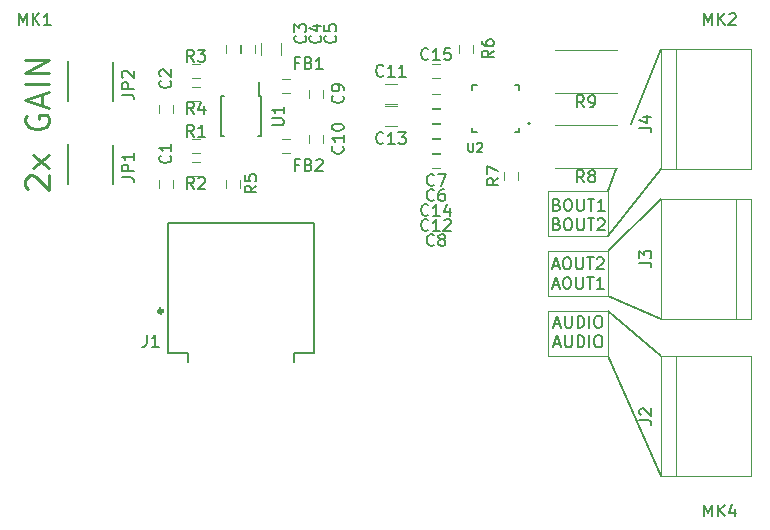
<source format=gto>
G04 #@! TF.GenerationSoftware,KiCad,Pcbnew,(5.1.6)-1*
G04 #@! TF.CreationDate,2020-06-15T08:38:09-05:00*
G04 #@! TF.ProjectId,RPi_MotorAudio_Board,5250695f-4d6f-4746-9f72-417564696f5f,rev?*
G04 #@! TF.SameCoordinates,Original*
G04 #@! TF.FileFunction,Legend,Top*
G04 #@! TF.FilePolarity,Positive*
%FSLAX46Y46*%
G04 Gerber Fmt 4.6, Leading zero omitted, Abs format (unit mm)*
G04 Created by KiCad (PCBNEW (5.1.6)-1) date 2020-06-15 08:38:09*
%MOMM*%
%LPD*%
G01*
G04 APERTURE LIST*
%ADD10C,0.250000*%
%ADD11C,0.150000*%
%ADD12C,0.120000*%
%ADD13C,0.340000*%
%ADD14C,0.127000*%
G04 APERTURE END LIST*
D10*
X202905238Y-115518809D02*
X202810000Y-115423571D01*
X202714761Y-115233095D01*
X202714761Y-114756904D01*
X202810000Y-114566428D01*
X202905238Y-114471190D01*
X203095714Y-114375952D01*
X203286190Y-114375952D01*
X203571904Y-114471190D01*
X204714761Y-115614047D01*
X204714761Y-114375952D01*
X204714761Y-113709285D02*
X203381428Y-112661666D01*
X203381428Y-113709285D02*
X204714761Y-112661666D01*
X202810000Y-109328333D02*
X202714761Y-109518809D01*
X202714761Y-109804523D01*
X202810000Y-110090238D01*
X203000476Y-110280714D01*
X203190952Y-110375952D01*
X203571904Y-110471190D01*
X203857619Y-110471190D01*
X204238571Y-110375952D01*
X204429047Y-110280714D01*
X204619523Y-110090238D01*
X204714761Y-109804523D01*
X204714761Y-109614047D01*
X204619523Y-109328333D01*
X204524285Y-109233095D01*
X203857619Y-109233095D01*
X203857619Y-109614047D01*
X204143333Y-108471190D02*
X204143333Y-107518809D01*
X204714761Y-108661666D02*
X202714761Y-107995000D01*
X204714761Y-107328333D01*
X204714761Y-106661666D02*
X202714761Y-106661666D01*
X204714761Y-105709285D02*
X202714761Y-105709285D01*
X204714761Y-104566428D01*
X202714761Y-104566428D01*
D11*
X256515000Y-103645000D02*
X253975000Y-109995000D01*
X252070000Y-115710000D02*
X252705000Y-113805000D01*
X252070000Y-129680000D02*
X256515000Y-139840000D01*
X252070000Y-125870000D02*
X256515000Y-129680000D01*
X252070000Y-124600000D02*
X256515000Y-126505000D01*
X252070000Y-120790000D02*
X256515000Y-116345000D01*
X252070000Y-119520000D02*
X256515000Y-113805000D01*
D12*
X246990000Y-125870000D02*
X246990000Y-129680000D01*
X252070000Y-125870000D02*
X246990000Y-125870000D01*
X246990000Y-129680000D02*
X252070000Y-129680000D01*
X252070000Y-129680000D02*
X252070000Y-125870000D01*
X252070000Y-120790000D02*
X246990000Y-120790000D01*
X252070000Y-124600000D02*
X252070000Y-120790000D01*
X246990000Y-120790000D02*
X246990000Y-124600000D01*
X246990000Y-124600000D02*
X252070000Y-124600000D01*
X252070000Y-115710000D02*
X246990000Y-115710000D01*
X252070000Y-119520000D02*
X252070000Y-115710000D01*
X246990000Y-119520000D02*
X252070000Y-119520000D01*
X246990000Y-115710000D02*
X246990000Y-119520000D01*
D11*
X247696666Y-116848571D02*
X247839523Y-116896190D01*
X247887142Y-116943809D01*
X247934761Y-117039047D01*
X247934761Y-117181904D01*
X247887142Y-117277142D01*
X247839523Y-117324761D01*
X247744285Y-117372380D01*
X247363333Y-117372380D01*
X247363333Y-116372380D01*
X247696666Y-116372380D01*
X247791904Y-116420000D01*
X247839523Y-116467619D01*
X247887142Y-116562857D01*
X247887142Y-116658095D01*
X247839523Y-116753333D01*
X247791904Y-116800952D01*
X247696666Y-116848571D01*
X247363333Y-116848571D01*
X248553809Y-116372380D02*
X248744285Y-116372380D01*
X248839523Y-116420000D01*
X248934761Y-116515238D01*
X248982380Y-116705714D01*
X248982380Y-117039047D01*
X248934761Y-117229523D01*
X248839523Y-117324761D01*
X248744285Y-117372380D01*
X248553809Y-117372380D01*
X248458571Y-117324761D01*
X248363333Y-117229523D01*
X248315714Y-117039047D01*
X248315714Y-116705714D01*
X248363333Y-116515238D01*
X248458571Y-116420000D01*
X248553809Y-116372380D01*
X249410952Y-116372380D02*
X249410952Y-117181904D01*
X249458571Y-117277142D01*
X249506190Y-117324761D01*
X249601428Y-117372380D01*
X249791904Y-117372380D01*
X249887142Y-117324761D01*
X249934761Y-117277142D01*
X249982380Y-117181904D01*
X249982380Y-116372380D01*
X250315714Y-116372380D02*
X250887142Y-116372380D01*
X250601428Y-117372380D02*
X250601428Y-116372380D01*
X251744285Y-117372380D02*
X251172857Y-117372380D01*
X251458571Y-117372380D02*
X251458571Y-116372380D01*
X251363333Y-116515238D01*
X251268095Y-116610476D01*
X251172857Y-116658095D01*
X247696666Y-118498571D02*
X247839523Y-118546190D01*
X247887142Y-118593809D01*
X247934761Y-118689047D01*
X247934761Y-118831904D01*
X247887142Y-118927142D01*
X247839523Y-118974761D01*
X247744285Y-119022380D01*
X247363333Y-119022380D01*
X247363333Y-118022380D01*
X247696666Y-118022380D01*
X247791904Y-118070000D01*
X247839523Y-118117619D01*
X247887142Y-118212857D01*
X247887142Y-118308095D01*
X247839523Y-118403333D01*
X247791904Y-118450952D01*
X247696666Y-118498571D01*
X247363333Y-118498571D01*
X248553809Y-118022380D02*
X248744285Y-118022380D01*
X248839523Y-118070000D01*
X248934761Y-118165238D01*
X248982380Y-118355714D01*
X248982380Y-118689047D01*
X248934761Y-118879523D01*
X248839523Y-118974761D01*
X248744285Y-119022380D01*
X248553809Y-119022380D01*
X248458571Y-118974761D01*
X248363333Y-118879523D01*
X248315714Y-118689047D01*
X248315714Y-118355714D01*
X248363333Y-118165238D01*
X248458571Y-118070000D01*
X248553809Y-118022380D01*
X249410952Y-118022380D02*
X249410952Y-118831904D01*
X249458571Y-118927142D01*
X249506190Y-118974761D01*
X249601428Y-119022380D01*
X249791904Y-119022380D01*
X249887142Y-118974761D01*
X249934761Y-118927142D01*
X249982380Y-118831904D01*
X249982380Y-118022380D01*
X250315714Y-118022380D02*
X250887142Y-118022380D01*
X250601428Y-119022380D02*
X250601428Y-118022380D01*
X251172857Y-118117619D02*
X251220476Y-118070000D01*
X251315714Y-118022380D01*
X251553809Y-118022380D01*
X251649047Y-118070000D01*
X251696666Y-118117619D01*
X251744285Y-118212857D01*
X251744285Y-118308095D01*
X251696666Y-118450952D01*
X251125238Y-119022380D01*
X251744285Y-119022380D01*
X247387142Y-122036666D02*
X247863333Y-122036666D01*
X247291904Y-122322380D02*
X247625238Y-121322380D01*
X247958571Y-122322380D01*
X248482380Y-121322380D02*
X248672857Y-121322380D01*
X248768095Y-121370000D01*
X248863333Y-121465238D01*
X248910952Y-121655714D01*
X248910952Y-121989047D01*
X248863333Y-122179523D01*
X248768095Y-122274761D01*
X248672857Y-122322380D01*
X248482380Y-122322380D01*
X248387142Y-122274761D01*
X248291904Y-122179523D01*
X248244285Y-121989047D01*
X248244285Y-121655714D01*
X248291904Y-121465238D01*
X248387142Y-121370000D01*
X248482380Y-121322380D01*
X249339523Y-121322380D02*
X249339523Y-122131904D01*
X249387142Y-122227142D01*
X249434761Y-122274761D01*
X249530000Y-122322380D01*
X249720476Y-122322380D01*
X249815714Y-122274761D01*
X249863333Y-122227142D01*
X249910952Y-122131904D01*
X249910952Y-121322380D01*
X250244285Y-121322380D02*
X250815714Y-121322380D01*
X250530000Y-122322380D02*
X250530000Y-121322380D01*
X251101428Y-121417619D02*
X251149047Y-121370000D01*
X251244285Y-121322380D01*
X251482380Y-121322380D01*
X251577619Y-121370000D01*
X251625238Y-121417619D01*
X251672857Y-121512857D01*
X251672857Y-121608095D01*
X251625238Y-121750952D01*
X251053809Y-122322380D01*
X251672857Y-122322380D01*
X247387142Y-123686666D02*
X247863333Y-123686666D01*
X247291904Y-123972380D02*
X247625238Y-122972380D01*
X247958571Y-123972380D01*
X248482380Y-122972380D02*
X248672857Y-122972380D01*
X248768095Y-123020000D01*
X248863333Y-123115238D01*
X248910952Y-123305714D01*
X248910952Y-123639047D01*
X248863333Y-123829523D01*
X248768095Y-123924761D01*
X248672857Y-123972380D01*
X248482380Y-123972380D01*
X248387142Y-123924761D01*
X248291904Y-123829523D01*
X248244285Y-123639047D01*
X248244285Y-123305714D01*
X248291904Y-123115238D01*
X248387142Y-123020000D01*
X248482380Y-122972380D01*
X249339523Y-122972380D02*
X249339523Y-123781904D01*
X249387142Y-123877142D01*
X249434761Y-123924761D01*
X249530000Y-123972380D01*
X249720476Y-123972380D01*
X249815714Y-123924761D01*
X249863333Y-123877142D01*
X249910952Y-123781904D01*
X249910952Y-122972380D01*
X250244285Y-122972380D02*
X250815714Y-122972380D01*
X250530000Y-123972380D02*
X250530000Y-122972380D01*
X251672857Y-123972380D02*
X251101428Y-123972380D01*
X251387142Y-123972380D02*
X251387142Y-122972380D01*
X251291904Y-123115238D01*
X251196666Y-123210476D01*
X251101428Y-123258095D01*
X247506190Y-126986666D02*
X247982380Y-126986666D01*
X247410952Y-127272380D02*
X247744285Y-126272380D01*
X248077619Y-127272380D01*
X248410952Y-126272380D02*
X248410952Y-127081904D01*
X248458571Y-127177142D01*
X248506190Y-127224761D01*
X248601428Y-127272380D01*
X248791904Y-127272380D01*
X248887142Y-127224761D01*
X248934761Y-127177142D01*
X248982380Y-127081904D01*
X248982380Y-126272380D01*
X249458571Y-127272380D02*
X249458571Y-126272380D01*
X249696666Y-126272380D01*
X249839523Y-126320000D01*
X249934761Y-126415238D01*
X249982380Y-126510476D01*
X250030000Y-126700952D01*
X250030000Y-126843809D01*
X249982380Y-127034285D01*
X249934761Y-127129523D01*
X249839523Y-127224761D01*
X249696666Y-127272380D01*
X249458571Y-127272380D01*
X250458571Y-127272380D02*
X250458571Y-126272380D01*
X251125238Y-126272380D02*
X251315714Y-126272380D01*
X251410952Y-126320000D01*
X251506190Y-126415238D01*
X251553809Y-126605714D01*
X251553809Y-126939047D01*
X251506190Y-127129523D01*
X251410952Y-127224761D01*
X251315714Y-127272380D01*
X251125238Y-127272380D01*
X251030000Y-127224761D01*
X250934761Y-127129523D01*
X250887142Y-126939047D01*
X250887142Y-126605714D01*
X250934761Y-126415238D01*
X251030000Y-126320000D01*
X251125238Y-126272380D01*
X247506190Y-128636666D02*
X247982380Y-128636666D01*
X247410952Y-128922380D02*
X247744285Y-127922380D01*
X248077619Y-128922380D01*
X248410952Y-127922380D02*
X248410952Y-128731904D01*
X248458571Y-128827142D01*
X248506190Y-128874761D01*
X248601428Y-128922380D01*
X248791904Y-128922380D01*
X248887142Y-128874761D01*
X248934761Y-128827142D01*
X248982380Y-128731904D01*
X248982380Y-127922380D01*
X249458571Y-128922380D02*
X249458571Y-127922380D01*
X249696666Y-127922380D01*
X249839523Y-127970000D01*
X249934761Y-128065238D01*
X249982380Y-128160476D01*
X250030000Y-128350952D01*
X250030000Y-128493809D01*
X249982380Y-128684285D01*
X249934761Y-128779523D01*
X249839523Y-128874761D01*
X249696666Y-128922380D01*
X249458571Y-128922380D01*
X250458571Y-128922380D02*
X250458571Y-127922380D01*
X251125238Y-127922380D02*
X251315714Y-127922380D01*
X251410952Y-127970000D01*
X251506190Y-128065238D01*
X251553809Y-128255714D01*
X251553809Y-128589047D01*
X251506190Y-128779523D01*
X251410952Y-128874761D01*
X251315714Y-128922380D01*
X251125238Y-128922380D01*
X251030000Y-128874761D01*
X250934761Y-128779523D01*
X250887142Y-128589047D01*
X250887142Y-128255714D01*
X250934761Y-128065238D01*
X251030000Y-127970000D01*
X251125238Y-127922380D01*
D12*
X257785000Y-113805000D02*
X257785000Y-103645000D01*
X256515000Y-113805000D02*
X264135000Y-113805000D01*
X264135000Y-113805000D02*
X264135000Y-103645000D01*
X264135000Y-103645000D02*
X256515000Y-103645000D01*
X256515000Y-103645000D02*
X256515000Y-113805000D01*
D13*
X214325000Y-125870000D02*
G75*
G03*
X214325000Y-125870000I-170000J0D01*
G01*
D14*
X225455000Y-129370000D02*
X225455000Y-130170000D01*
X216455000Y-129370000D02*
X216455000Y-130170000D01*
X225455000Y-129370000D02*
X227155000Y-129370000D01*
X214755000Y-129370000D02*
X216455000Y-129370000D01*
X214755000Y-118370000D02*
X214755000Y-129370000D01*
X227155000Y-118370000D02*
X227155000Y-129370000D01*
X214755000Y-118370000D02*
X227155000Y-118370000D01*
D11*
X245425000Y-109975000D02*
G75*
G03*
X245425000Y-109975000I-80000J0D01*
G01*
D14*
X244545000Y-106725000D02*
X244545000Y-107125000D01*
X244145000Y-106725000D02*
X244545000Y-106725000D01*
X240545000Y-106725000D02*
X240945000Y-106725000D01*
X240545000Y-107125000D02*
X240545000Y-106725000D01*
X240545000Y-110725000D02*
X240545000Y-110325000D01*
X240945000Y-110725000D02*
X240545000Y-110725000D01*
X244545000Y-110725000D02*
X244145000Y-110725000D01*
X244545000Y-110325000D02*
X244545000Y-110725000D01*
D11*
X222630000Y-107685000D02*
X222455000Y-107685000D01*
X222630000Y-111035000D02*
X222380000Y-111035000D01*
X219280000Y-111035000D02*
X219530000Y-111035000D01*
X219280000Y-107685000D02*
X219530000Y-107685000D01*
X222630000Y-107685000D02*
X222630000Y-111035000D01*
X219280000Y-107685000D02*
X219280000Y-111035000D01*
X222455000Y-107685000D02*
X222455000Y-106435000D01*
D12*
X247565000Y-103730000D02*
X252765000Y-103730000D01*
X252765000Y-107370000D02*
X247565000Y-107370000D01*
X247565000Y-110080000D02*
X252765000Y-110080000D01*
X252765000Y-113720000D02*
X247565000Y-113720000D01*
X244415000Y-114090000D02*
X244415000Y-114790000D01*
X243215000Y-114790000D02*
X243215000Y-114090000D01*
X240605000Y-103295000D02*
X240605000Y-103995000D01*
X239405000Y-103995000D02*
X239405000Y-103295000D01*
X219720000Y-115425000D02*
X219720000Y-114725000D01*
X220920000Y-114725000D02*
X220920000Y-115425000D01*
X216795000Y-106855000D02*
X217495000Y-106855000D01*
X217495000Y-108055000D02*
X216795000Y-108055000D01*
X216795000Y-104950000D02*
X217495000Y-104950000D01*
X217495000Y-106150000D02*
X216795000Y-106150000D01*
X216795000Y-113205000D02*
X217495000Y-113205000D01*
X217495000Y-114405000D02*
X216795000Y-114405000D01*
X216795000Y-111300000D02*
X217495000Y-111300000D01*
X217495000Y-112500000D02*
X216795000Y-112500000D01*
D11*
X206350000Y-104709000D02*
X206350000Y-108090000D01*
X210160000Y-104788000D02*
X210160000Y-108090000D01*
X206350000Y-111694000D02*
X206350000Y-115075000D01*
X210160000Y-111773000D02*
X210160000Y-115075000D01*
D12*
X262865000Y-116345000D02*
X262865000Y-126505000D01*
X264135000Y-116345000D02*
X256515000Y-116345000D01*
X256515000Y-116345000D02*
X256515000Y-126505000D01*
X256515000Y-126505000D02*
X264135000Y-126505000D01*
X264135000Y-126505000D02*
X264135000Y-116345000D01*
X257785000Y-139840000D02*
X257785000Y-129680000D01*
X256515000Y-139840000D02*
X264135000Y-139840000D01*
X264135000Y-139840000D02*
X264135000Y-129680000D01*
X264135000Y-129680000D02*
X256515000Y-129680000D01*
X256515000Y-129680000D02*
X256515000Y-139840000D01*
X224415000Y-111300000D02*
X225115000Y-111300000D01*
X225115000Y-112500000D02*
X224415000Y-112500000D01*
X224415000Y-106220000D02*
X225115000Y-106220000D01*
X225115000Y-107420000D02*
X224415000Y-107420000D01*
X237115000Y-104950000D02*
X237815000Y-104950000D01*
X237815000Y-106150000D02*
X237115000Y-106150000D01*
X237115000Y-110030000D02*
X237815000Y-110030000D01*
X237815000Y-111230000D02*
X237115000Y-111230000D01*
X233155000Y-110210000D02*
X234155000Y-110210000D01*
X234155000Y-108510000D02*
X233155000Y-108510000D01*
X237115000Y-111300000D02*
X237815000Y-111300000D01*
X237815000Y-112500000D02*
X237115000Y-112500000D01*
X233155000Y-108305000D02*
X234155000Y-108305000D01*
X234155000Y-106605000D02*
X233155000Y-106605000D01*
X226705000Y-111615000D02*
X226705000Y-110915000D01*
X227905000Y-110915000D02*
X227905000Y-111615000D01*
X226705000Y-107805000D02*
X226705000Y-107105000D01*
X227905000Y-107105000D02*
X227905000Y-107805000D01*
X237115000Y-112570000D02*
X237815000Y-112570000D01*
X237815000Y-113770000D02*
X237115000Y-113770000D01*
X237115000Y-107490000D02*
X237815000Y-107490000D01*
X237815000Y-108690000D02*
X237115000Y-108690000D01*
X237115000Y-108760000D02*
X237815000Y-108760000D01*
X237815000Y-109960000D02*
X237115000Y-109960000D01*
X222645000Y-103145000D02*
X222645000Y-104145000D01*
X224345000Y-104145000D02*
X224345000Y-103145000D01*
X222190000Y-103295000D02*
X222190000Y-103995000D01*
X220990000Y-103995000D02*
X220990000Y-103295000D01*
X220920000Y-103295000D02*
X220920000Y-103995000D01*
X219720000Y-103995000D02*
X219720000Y-103295000D01*
X214005000Y-109075000D02*
X214005000Y-108375000D01*
X215205000Y-108375000D02*
X215205000Y-109075000D01*
X214005000Y-115425000D02*
X214005000Y-114725000D01*
X215205000Y-114725000D02*
X215205000Y-115425000D01*
D11*
X254697380Y-110328333D02*
X255411666Y-110328333D01*
X255554523Y-110375952D01*
X255649761Y-110471190D01*
X255697380Y-110614047D01*
X255697380Y-110709285D01*
X255030714Y-109423571D02*
X255697380Y-109423571D01*
X254649761Y-109661666D02*
X255364047Y-109899761D01*
X255364047Y-109280714D01*
X213001532Y-127862160D02*
X213001532Y-128576733D01*
X212953894Y-128719648D01*
X212858618Y-128814924D01*
X212715703Y-128862562D01*
X212620427Y-128862562D01*
X214001934Y-128862562D02*
X213430276Y-128862562D01*
X213716105Y-128862562D02*
X213716105Y-127862160D01*
X213620829Y-128005075D01*
X213525552Y-128100351D01*
X213430276Y-128147989D01*
X240200337Y-111619711D02*
X240200337Y-112221790D01*
X240235753Y-112292623D01*
X240271170Y-112328039D01*
X240342002Y-112363456D01*
X240483668Y-112363456D01*
X240554501Y-112328039D01*
X240589917Y-112292623D01*
X240625334Y-112221790D01*
X240625334Y-111619711D01*
X240944082Y-111690543D02*
X240979498Y-111655127D01*
X241050331Y-111619711D01*
X241227413Y-111619711D01*
X241298246Y-111655127D01*
X241333662Y-111690543D01*
X241369079Y-111761376D01*
X241369079Y-111832209D01*
X241333662Y-111938458D01*
X240908665Y-112363456D01*
X241369079Y-112363456D01*
X223582380Y-110121904D02*
X224391904Y-110121904D01*
X224487142Y-110074285D01*
X224534761Y-110026666D01*
X224582380Y-109931428D01*
X224582380Y-109740952D01*
X224534761Y-109645714D01*
X224487142Y-109598095D01*
X224391904Y-109550476D01*
X223582380Y-109550476D01*
X224582380Y-108550476D02*
X224582380Y-109121904D01*
X224582380Y-108836190D02*
X223582380Y-108836190D01*
X223725238Y-108931428D01*
X223820476Y-109026666D01*
X223868095Y-109121904D01*
X249998333Y-108602380D02*
X249665000Y-108126190D01*
X249426904Y-108602380D02*
X249426904Y-107602380D01*
X249807857Y-107602380D01*
X249903095Y-107650000D01*
X249950714Y-107697619D01*
X249998333Y-107792857D01*
X249998333Y-107935714D01*
X249950714Y-108030952D01*
X249903095Y-108078571D01*
X249807857Y-108126190D01*
X249426904Y-108126190D01*
X250474523Y-108602380D02*
X250665000Y-108602380D01*
X250760238Y-108554761D01*
X250807857Y-108507142D01*
X250903095Y-108364285D01*
X250950714Y-108173809D01*
X250950714Y-107792857D01*
X250903095Y-107697619D01*
X250855476Y-107650000D01*
X250760238Y-107602380D01*
X250569761Y-107602380D01*
X250474523Y-107650000D01*
X250426904Y-107697619D01*
X250379285Y-107792857D01*
X250379285Y-108030952D01*
X250426904Y-108126190D01*
X250474523Y-108173809D01*
X250569761Y-108221428D01*
X250760238Y-108221428D01*
X250855476Y-108173809D01*
X250903095Y-108126190D01*
X250950714Y-108030952D01*
X249998333Y-114952380D02*
X249665000Y-114476190D01*
X249426904Y-114952380D02*
X249426904Y-113952380D01*
X249807857Y-113952380D01*
X249903095Y-114000000D01*
X249950714Y-114047619D01*
X249998333Y-114142857D01*
X249998333Y-114285714D01*
X249950714Y-114380952D01*
X249903095Y-114428571D01*
X249807857Y-114476190D01*
X249426904Y-114476190D01*
X250569761Y-114380952D02*
X250474523Y-114333333D01*
X250426904Y-114285714D01*
X250379285Y-114190476D01*
X250379285Y-114142857D01*
X250426904Y-114047619D01*
X250474523Y-114000000D01*
X250569761Y-113952380D01*
X250760238Y-113952380D01*
X250855476Y-114000000D01*
X250903095Y-114047619D01*
X250950714Y-114142857D01*
X250950714Y-114190476D01*
X250903095Y-114285714D01*
X250855476Y-114333333D01*
X250760238Y-114380952D01*
X250569761Y-114380952D01*
X250474523Y-114428571D01*
X250426904Y-114476190D01*
X250379285Y-114571428D01*
X250379285Y-114761904D01*
X250426904Y-114857142D01*
X250474523Y-114904761D01*
X250569761Y-114952380D01*
X250760238Y-114952380D01*
X250855476Y-114904761D01*
X250903095Y-114857142D01*
X250950714Y-114761904D01*
X250950714Y-114571428D01*
X250903095Y-114476190D01*
X250855476Y-114428571D01*
X250760238Y-114380952D01*
X242767380Y-114606666D02*
X242291190Y-114940000D01*
X242767380Y-115178095D02*
X241767380Y-115178095D01*
X241767380Y-114797142D01*
X241815000Y-114701904D01*
X241862619Y-114654285D01*
X241957857Y-114606666D01*
X242100714Y-114606666D01*
X242195952Y-114654285D01*
X242243571Y-114701904D01*
X242291190Y-114797142D01*
X242291190Y-115178095D01*
X241767380Y-114273333D02*
X241767380Y-113606666D01*
X242767380Y-114035238D01*
X242362380Y-103811666D02*
X241886190Y-104145000D01*
X242362380Y-104383095D02*
X241362380Y-104383095D01*
X241362380Y-104002142D01*
X241410000Y-103906904D01*
X241457619Y-103859285D01*
X241552857Y-103811666D01*
X241695714Y-103811666D01*
X241790952Y-103859285D01*
X241838571Y-103906904D01*
X241886190Y-104002142D01*
X241886190Y-104383095D01*
X241362380Y-102954523D02*
X241362380Y-103145000D01*
X241410000Y-103240238D01*
X241457619Y-103287857D01*
X241600476Y-103383095D01*
X241790952Y-103430714D01*
X242171904Y-103430714D01*
X242267142Y-103383095D01*
X242314761Y-103335476D01*
X242362380Y-103240238D01*
X242362380Y-103049761D01*
X242314761Y-102954523D01*
X242267142Y-102906904D01*
X242171904Y-102859285D01*
X241933809Y-102859285D01*
X241838571Y-102906904D01*
X241790952Y-102954523D01*
X241743333Y-103049761D01*
X241743333Y-103240238D01*
X241790952Y-103335476D01*
X241838571Y-103383095D01*
X241933809Y-103430714D01*
X222272380Y-115241666D02*
X221796190Y-115575000D01*
X222272380Y-115813095D02*
X221272380Y-115813095D01*
X221272380Y-115432142D01*
X221320000Y-115336904D01*
X221367619Y-115289285D01*
X221462857Y-115241666D01*
X221605714Y-115241666D01*
X221700952Y-115289285D01*
X221748571Y-115336904D01*
X221796190Y-115432142D01*
X221796190Y-115813095D01*
X221272380Y-114336904D02*
X221272380Y-114813095D01*
X221748571Y-114860714D01*
X221700952Y-114813095D01*
X221653333Y-114717857D01*
X221653333Y-114479761D01*
X221700952Y-114384523D01*
X221748571Y-114336904D01*
X221843809Y-114289285D01*
X222081904Y-114289285D01*
X222177142Y-114336904D01*
X222224761Y-114384523D01*
X222272380Y-114479761D01*
X222272380Y-114717857D01*
X222224761Y-114813095D01*
X222177142Y-114860714D01*
X216978333Y-109177380D02*
X216645000Y-108701190D01*
X216406904Y-109177380D02*
X216406904Y-108177380D01*
X216787857Y-108177380D01*
X216883095Y-108225000D01*
X216930714Y-108272619D01*
X216978333Y-108367857D01*
X216978333Y-108510714D01*
X216930714Y-108605952D01*
X216883095Y-108653571D01*
X216787857Y-108701190D01*
X216406904Y-108701190D01*
X217835476Y-108510714D02*
X217835476Y-109177380D01*
X217597380Y-108129761D02*
X217359285Y-108844047D01*
X217978333Y-108844047D01*
X216978333Y-104732380D02*
X216645000Y-104256190D01*
X216406904Y-104732380D02*
X216406904Y-103732380D01*
X216787857Y-103732380D01*
X216883095Y-103780000D01*
X216930714Y-103827619D01*
X216978333Y-103922857D01*
X216978333Y-104065714D01*
X216930714Y-104160952D01*
X216883095Y-104208571D01*
X216787857Y-104256190D01*
X216406904Y-104256190D01*
X217311666Y-103732380D02*
X217930714Y-103732380D01*
X217597380Y-104113333D01*
X217740238Y-104113333D01*
X217835476Y-104160952D01*
X217883095Y-104208571D01*
X217930714Y-104303809D01*
X217930714Y-104541904D01*
X217883095Y-104637142D01*
X217835476Y-104684761D01*
X217740238Y-104732380D01*
X217454523Y-104732380D01*
X217359285Y-104684761D01*
X217311666Y-104637142D01*
X216978333Y-115527380D02*
X216645000Y-115051190D01*
X216406904Y-115527380D02*
X216406904Y-114527380D01*
X216787857Y-114527380D01*
X216883095Y-114575000D01*
X216930714Y-114622619D01*
X216978333Y-114717857D01*
X216978333Y-114860714D01*
X216930714Y-114955952D01*
X216883095Y-115003571D01*
X216787857Y-115051190D01*
X216406904Y-115051190D01*
X217359285Y-114622619D02*
X217406904Y-114575000D01*
X217502142Y-114527380D01*
X217740238Y-114527380D01*
X217835476Y-114575000D01*
X217883095Y-114622619D01*
X217930714Y-114717857D01*
X217930714Y-114813095D01*
X217883095Y-114955952D01*
X217311666Y-115527380D01*
X217930714Y-115527380D01*
X216978333Y-111082380D02*
X216645000Y-110606190D01*
X216406904Y-111082380D02*
X216406904Y-110082380D01*
X216787857Y-110082380D01*
X216883095Y-110130000D01*
X216930714Y-110177619D01*
X216978333Y-110272857D01*
X216978333Y-110415714D01*
X216930714Y-110510952D01*
X216883095Y-110558571D01*
X216787857Y-110606190D01*
X216406904Y-110606190D01*
X217930714Y-111082380D02*
X217359285Y-111082380D01*
X217645000Y-111082380D02*
X217645000Y-110082380D01*
X217549761Y-110225238D01*
X217454523Y-110320476D01*
X217359285Y-110368095D01*
X260190476Y-143252380D02*
X260190476Y-142252380D01*
X260523809Y-142966666D01*
X260857142Y-142252380D01*
X260857142Y-143252380D01*
X261333333Y-143252380D02*
X261333333Y-142252380D01*
X261904761Y-143252380D02*
X261476190Y-142680952D01*
X261904761Y-142252380D02*
X261333333Y-142823809D01*
X262761904Y-142585714D02*
X262761904Y-143252380D01*
X262523809Y-142204761D02*
X262285714Y-142919047D01*
X262904761Y-142919047D01*
X260190476Y-101652380D02*
X260190476Y-100652380D01*
X260523809Y-101366666D01*
X260857142Y-100652380D01*
X260857142Y-101652380D01*
X261333333Y-101652380D02*
X261333333Y-100652380D01*
X261904761Y-101652380D02*
X261476190Y-101080952D01*
X261904761Y-100652380D02*
X261333333Y-101223809D01*
X262285714Y-100747619D02*
X262333333Y-100700000D01*
X262428571Y-100652380D01*
X262666666Y-100652380D01*
X262761904Y-100700000D01*
X262809523Y-100747619D01*
X262857142Y-100842857D01*
X262857142Y-100938095D01*
X262809523Y-101080952D01*
X262238095Y-101652380D01*
X262857142Y-101652380D01*
X202190476Y-101652380D02*
X202190476Y-100652380D01*
X202523809Y-101366666D01*
X202857142Y-100652380D01*
X202857142Y-101652380D01*
X203333333Y-101652380D02*
X203333333Y-100652380D01*
X203904761Y-101652380D02*
X203476190Y-101080952D01*
X203904761Y-100652380D02*
X203333333Y-101223809D01*
X204857142Y-101652380D02*
X204285714Y-101652380D01*
X204571428Y-101652380D02*
X204571428Y-100652380D01*
X204476190Y-100795238D01*
X204380952Y-100890476D01*
X204285714Y-100938095D01*
X210882380Y-107526333D02*
X211596666Y-107526333D01*
X211739523Y-107573952D01*
X211834761Y-107669190D01*
X211882380Y-107812047D01*
X211882380Y-107907285D01*
X211882380Y-107050142D02*
X210882380Y-107050142D01*
X210882380Y-106669190D01*
X210930000Y-106573952D01*
X210977619Y-106526333D01*
X211072857Y-106478714D01*
X211215714Y-106478714D01*
X211310952Y-106526333D01*
X211358571Y-106573952D01*
X211406190Y-106669190D01*
X211406190Y-107050142D01*
X210977619Y-106097761D02*
X210930000Y-106050142D01*
X210882380Y-105954904D01*
X210882380Y-105716809D01*
X210930000Y-105621571D01*
X210977619Y-105573952D01*
X211072857Y-105526333D01*
X211168095Y-105526333D01*
X211310952Y-105573952D01*
X211882380Y-106145380D01*
X211882380Y-105526333D01*
X210882380Y-114511333D02*
X211596666Y-114511333D01*
X211739523Y-114558952D01*
X211834761Y-114654190D01*
X211882380Y-114797047D01*
X211882380Y-114892285D01*
X211882380Y-114035142D02*
X210882380Y-114035142D01*
X210882380Y-113654190D01*
X210930000Y-113558952D01*
X210977619Y-113511333D01*
X211072857Y-113463714D01*
X211215714Y-113463714D01*
X211310952Y-113511333D01*
X211358571Y-113558952D01*
X211406190Y-113654190D01*
X211406190Y-114035142D01*
X211882380Y-112511333D02*
X211882380Y-113082761D01*
X211882380Y-112797047D02*
X210882380Y-112797047D01*
X211025238Y-112892285D01*
X211120476Y-112987523D01*
X211168095Y-113082761D01*
X254697380Y-121758333D02*
X255411666Y-121758333D01*
X255554523Y-121805952D01*
X255649761Y-121901190D01*
X255697380Y-122044047D01*
X255697380Y-122139285D01*
X254697380Y-121377380D02*
X254697380Y-120758333D01*
X255078333Y-121091666D01*
X255078333Y-120948809D01*
X255125952Y-120853571D01*
X255173571Y-120805952D01*
X255268809Y-120758333D01*
X255506904Y-120758333D01*
X255602142Y-120805952D01*
X255649761Y-120853571D01*
X255697380Y-120948809D01*
X255697380Y-121234523D01*
X255649761Y-121329761D01*
X255602142Y-121377380D01*
X254697380Y-135093333D02*
X255411666Y-135093333D01*
X255554523Y-135140952D01*
X255649761Y-135236190D01*
X255697380Y-135379047D01*
X255697380Y-135474285D01*
X254792619Y-134664761D02*
X254745000Y-134617142D01*
X254697380Y-134521904D01*
X254697380Y-134283809D01*
X254745000Y-134188571D01*
X254792619Y-134140952D01*
X254887857Y-134093333D01*
X254983095Y-134093333D01*
X255125952Y-134140952D01*
X255697380Y-134712380D01*
X255697380Y-134093333D01*
X225836666Y-113479571D02*
X225503333Y-113479571D01*
X225503333Y-114003380D02*
X225503333Y-113003380D01*
X225979523Y-113003380D01*
X226693809Y-113479571D02*
X226836666Y-113527190D01*
X226884285Y-113574809D01*
X226931904Y-113670047D01*
X226931904Y-113812904D01*
X226884285Y-113908142D01*
X226836666Y-113955761D01*
X226741428Y-114003380D01*
X226360476Y-114003380D01*
X226360476Y-113003380D01*
X226693809Y-113003380D01*
X226789047Y-113051000D01*
X226836666Y-113098619D01*
X226884285Y-113193857D01*
X226884285Y-113289095D01*
X226836666Y-113384333D01*
X226789047Y-113431952D01*
X226693809Y-113479571D01*
X226360476Y-113479571D01*
X227312857Y-113098619D02*
X227360476Y-113051000D01*
X227455714Y-113003380D01*
X227693809Y-113003380D01*
X227789047Y-113051000D01*
X227836666Y-113098619D01*
X227884285Y-113193857D01*
X227884285Y-113289095D01*
X227836666Y-113431952D01*
X227265238Y-114003380D01*
X227884285Y-114003380D01*
X225836666Y-104843571D02*
X225503333Y-104843571D01*
X225503333Y-105367380D02*
X225503333Y-104367380D01*
X225979523Y-104367380D01*
X226693809Y-104843571D02*
X226836666Y-104891190D01*
X226884285Y-104938809D01*
X226931904Y-105034047D01*
X226931904Y-105176904D01*
X226884285Y-105272142D01*
X226836666Y-105319761D01*
X226741428Y-105367380D01*
X226360476Y-105367380D01*
X226360476Y-104367380D01*
X226693809Y-104367380D01*
X226789047Y-104415000D01*
X226836666Y-104462619D01*
X226884285Y-104557857D01*
X226884285Y-104653095D01*
X226836666Y-104748333D01*
X226789047Y-104795952D01*
X226693809Y-104843571D01*
X226360476Y-104843571D01*
X227884285Y-105367380D02*
X227312857Y-105367380D01*
X227598571Y-105367380D02*
X227598571Y-104367380D01*
X227503333Y-104510238D01*
X227408095Y-104605476D01*
X227312857Y-104653095D01*
X236822142Y-104510142D02*
X236774523Y-104557761D01*
X236631666Y-104605380D01*
X236536428Y-104605380D01*
X236393571Y-104557761D01*
X236298333Y-104462523D01*
X236250714Y-104367285D01*
X236203095Y-104176809D01*
X236203095Y-104033952D01*
X236250714Y-103843476D01*
X236298333Y-103748238D01*
X236393571Y-103653000D01*
X236536428Y-103605380D01*
X236631666Y-103605380D01*
X236774523Y-103653000D01*
X236822142Y-103700619D01*
X237774523Y-104605380D02*
X237203095Y-104605380D01*
X237488809Y-104605380D02*
X237488809Y-103605380D01*
X237393571Y-103748238D01*
X237298333Y-103843476D01*
X237203095Y-103891095D01*
X238679285Y-103605380D02*
X238203095Y-103605380D01*
X238155476Y-104081571D01*
X238203095Y-104033952D01*
X238298333Y-103986333D01*
X238536428Y-103986333D01*
X238631666Y-104033952D01*
X238679285Y-104081571D01*
X238726904Y-104176809D01*
X238726904Y-104414904D01*
X238679285Y-104510142D01*
X238631666Y-104557761D01*
X238536428Y-104605380D01*
X238298333Y-104605380D01*
X238203095Y-104557761D01*
X238155476Y-104510142D01*
X236822142Y-117718142D02*
X236774523Y-117765761D01*
X236631666Y-117813380D01*
X236536428Y-117813380D01*
X236393571Y-117765761D01*
X236298333Y-117670523D01*
X236250714Y-117575285D01*
X236203095Y-117384809D01*
X236203095Y-117241952D01*
X236250714Y-117051476D01*
X236298333Y-116956238D01*
X236393571Y-116861000D01*
X236536428Y-116813380D01*
X236631666Y-116813380D01*
X236774523Y-116861000D01*
X236822142Y-116908619D01*
X237774523Y-117813380D02*
X237203095Y-117813380D01*
X237488809Y-117813380D02*
X237488809Y-116813380D01*
X237393571Y-116956238D01*
X237298333Y-117051476D01*
X237203095Y-117099095D01*
X238631666Y-117146714D02*
X238631666Y-117813380D01*
X238393571Y-116765761D02*
X238155476Y-117480047D01*
X238774523Y-117480047D01*
X233012142Y-111622142D02*
X232964523Y-111669761D01*
X232821666Y-111717380D01*
X232726428Y-111717380D01*
X232583571Y-111669761D01*
X232488333Y-111574523D01*
X232440714Y-111479285D01*
X232393095Y-111288809D01*
X232393095Y-111145952D01*
X232440714Y-110955476D01*
X232488333Y-110860238D01*
X232583571Y-110765000D01*
X232726428Y-110717380D01*
X232821666Y-110717380D01*
X232964523Y-110765000D01*
X233012142Y-110812619D01*
X233964523Y-111717380D02*
X233393095Y-111717380D01*
X233678809Y-111717380D02*
X233678809Y-110717380D01*
X233583571Y-110860238D01*
X233488333Y-110955476D01*
X233393095Y-111003095D01*
X234297857Y-110717380D02*
X234916904Y-110717380D01*
X234583571Y-111098333D01*
X234726428Y-111098333D01*
X234821666Y-111145952D01*
X234869285Y-111193571D01*
X234916904Y-111288809D01*
X234916904Y-111526904D01*
X234869285Y-111622142D01*
X234821666Y-111669761D01*
X234726428Y-111717380D01*
X234440714Y-111717380D01*
X234345476Y-111669761D01*
X234297857Y-111622142D01*
X236822142Y-118988142D02*
X236774523Y-119035761D01*
X236631666Y-119083380D01*
X236536428Y-119083380D01*
X236393571Y-119035761D01*
X236298333Y-118940523D01*
X236250714Y-118845285D01*
X236203095Y-118654809D01*
X236203095Y-118511952D01*
X236250714Y-118321476D01*
X236298333Y-118226238D01*
X236393571Y-118131000D01*
X236536428Y-118083380D01*
X236631666Y-118083380D01*
X236774523Y-118131000D01*
X236822142Y-118178619D01*
X237774523Y-119083380D02*
X237203095Y-119083380D01*
X237488809Y-119083380D02*
X237488809Y-118083380D01*
X237393571Y-118226238D01*
X237298333Y-118321476D01*
X237203095Y-118369095D01*
X238155476Y-118178619D02*
X238203095Y-118131000D01*
X238298333Y-118083380D01*
X238536428Y-118083380D01*
X238631666Y-118131000D01*
X238679285Y-118178619D01*
X238726904Y-118273857D01*
X238726904Y-118369095D01*
X238679285Y-118511952D01*
X238107857Y-119083380D01*
X238726904Y-119083380D01*
X233012142Y-105907142D02*
X232964523Y-105954761D01*
X232821666Y-106002380D01*
X232726428Y-106002380D01*
X232583571Y-105954761D01*
X232488333Y-105859523D01*
X232440714Y-105764285D01*
X232393095Y-105573809D01*
X232393095Y-105430952D01*
X232440714Y-105240476D01*
X232488333Y-105145238D01*
X232583571Y-105050000D01*
X232726428Y-105002380D01*
X232821666Y-105002380D01*
X232964523Y-105050000D01*
X233012142Y-105097619D01*
X233964523Y-106002380D02*
X233393095Y-106002380D01*
X233678809Y-106002380D02*
X233678809Y-105002380D01*
X233583571Y-105145238D01*
X233488333Y-105240476D01*
X233393095Y-105288095D01*
X234916904Y-106002380D02*
X234345476Y-106002380D01*
X234631190Y-106002380D02*
X234631190Y-105002380D01*
X234535952Y-105145238D01*
X234440714Y-105240476D01*
X234345476Y-105288095D01*
X229567142Y-111907857D02*
X229614761Y-111955476D01*
X229662380Y-112098333D01*
X229662380Y-112193571D01*
X229614761Y-112336428D01*
X229519523Y-112431666D01*
X229424285Y-112479285D01*
X229233809Y-112526904D01*
X229090952Y-112526904D01*
X228900476Y-112479285D01*
X228805238Y-112431666D01*
X228710000Y-112336428D01*
X228662380Y-112193571D01*
X228662380Y-112098333D01*
X228710000Y-111955476D01*
X228757619Y-111907857D01*
X229662380Y-110955476D02*
X229662380Y-111526904D01*
X229662380Y-111241190D02*
X228662380Y-111241190D01*
X228805238Y-111336428D01*
X228900476Y-111431666D01*
X228948095Y-111526904D01*
X228662380Y-110336428D02*
X228662380Y-110241190D01*
X228710000Y-110145952D01*
X228757619Y-110098333D01*
X228852857Y-110050714D01*
X229043333Y-110003095D01*
X229281428Y-110003095D01*
X229471904Y-110050714D01*
X229567142Y-110098333D01*
X229614761Y-110145952D01*
X229662380Y-110241190D01*
X229662380Y-110336428D01*
X229614761Y-110431666D01*
X229567142Y-110479285D01*
X229471904Y-110526904D01*
X229281428Y-110574523D01*
X229043333Y-110574523D01*
X228852857Y-110526904D01*
X228757619Y-110479285D01*
X228710000Y-110431666D01*
X228662380Y-110336428D01*
X229567142Y-107621666D02*
X229614761Y-107669285D01*
X229662380Y-107812142D01*
X229662380Y-107907380D01*
X229614761Y-108050238D01*
X229519523Y-108145476D01*
X229424285Y-108193095D01*
X229233809Y-108240714D01*
X229090952Y-108240714D01*
X228900476Y-108193095D01*
X228805238Y-108145476D01*
X228710000Y-108050238D01*
X228662380Y-107907380D01*
X228662380Y-107812142D01*
X228710000Y-107669285D01*
X228757619Y-107621666D01*
X229662380Y-107145476D02*
X229662380Y-106955000D01*
X229614761Y-106859761D01*
X229567142Y-106812142D01*
X229424285Y-106716904D01*
X229233809Y-106669285D01*
X228852857Y-106669285D01*
X228757619Y-106716904D01*
X228710000Y-106764523D01*
X228662380Y-106859761D01*
X228662380Y-107050238D01*
X228710000Y-107145476D01*
X228757619Y-107193095D01*
X228852857Y-107240714D01*
X229090952Y-107240714D01*
X229186190Y-107193095D01*
X229233809Y-107145476D01*
X229281428Y-107050238D01*
X229281428Y-106859761D01*
X229233809Y-106764523D01*
X229186190Y-106716904D01*
X229090952Y-106669285D01*
X237298333Y-120258142D02*
X237250714Y-120305761D01*
X237107857Y-120353380D01*
X237012619Y-120353380D01*
X236869761Y-120305761D01*
X236774523Y-120210523D01*
X236726904Y-120115285D01*
X236679285Y-119924809D01*
X236679285Y-119781952D01*
X236726904Y-119591476D01*
X236774523Y-119496238D01*
X236869761Y-119401000D01*
X237012619Y-119353380D01*
X237107857Y-119353380D01*
X237250714Y-119401000D01*
X237298333Y-119448619D01*
X237869761Y-119781952D02*
X237774523Y-119734333D01*
X237726904Y-119686714D01*
X237679285Y-119591476D01*
X237679285Y-119543857D01*
X237726904Y-119448619D01*
X237774523Y-119401000D01*
X237869761Y-119353380D01*
X238060238Y-119353380D01*
X238155476Y-119401000D01*
X238203095Y-119448619D01*
X238250714Y-119543857D01*
X238250714Y-119591476D01*
X238203095Y-119686714D01*
X238155476Y-119734333D01*
X238060238Y-119781952D01*
X237869761Y-119781952D01*
X237774523Y-119829571D01*
X237726904Y-119877190D01*
X237679285Y-119972428D01*
X237679285Y-120162904D01*
X237726904Y-120258142D01*
X237774523Y-120305761D01*
X237869761Y-120353380D01*
X238060238Y-120353380D01*
X238155476Y-120305761D01*
X238203095Y-120258142D01*
X238250714Y-120162904D01*
X238250714Y-119972428D01*
X238203095Y-119877190D01*
X238155476Y-119829571D01*
X238060238Y-119781952D01*
X237298333Y-115178142D02*
X237250714Y-115225761D01*
X237107857Y-115273380D01*
X237012619Y-115273380D01*
X236869761Y-115225761D01*
X236774523Y-115130523D01*
X236726904Y-115035285D01*
X236679285Y-114844809D01*
X236679285Y-114701952D01*
X236726904Y-114511476D01*
X236774523Y-114416238D01*
X236869761Y-114321000D01*
X237012619Y-114273380D01*
X237107857Y-114273380D01*
X237250714Y-114321000D01*
X237298333Y-114368619D01*
X237631666Y-114273380D02*
X238298333Y-114273380D01*
X237869761Y-115273380D01*
X237298333Y-116448142D02*
X237250714Y-116495761D01*
X237107857Y-116543380D01*
X237012619Y-116543380D01*
X236869761Y-116495761D01*
X236774523Y-116400523D01*
X236726904Y-116305285D01*
X236679285Y-116114809D01*
X236679285Y-115971952D01*
X236726904Y-115781476D01*
X236774523Y-115686238D01*
X236869761Y-115591000D01*
X237012619Y-115543380D01*
X237107857Y-115543380D01*
X237250714Y-115591000D01*
X237298333Y-115638619D01*
X238155476Y-115543380D02*
X237965000Y-115543380D01*
X237869761Y-115591000D01*
X237822142Y-115638619D01*
X237726904Y-115781476D01*
X237679285Y-115971952D01*
X237679285Y-116352904D01*
X237726904Y-116448142D01*
X237774523Y-116495761D01*
X237869761Y-116543380D01*
X238060238Y-116543380D01*
X238155476Y-116495761D01*
X238203095Y-116448142D01*
X238250714Y-116352904D01*
X238250714Y-116114809D01*
X238203095Y-116019571D01*
X238155476Y-115971952D01*
X238060238Y-115924333D01*
X237869761Y-115924333D01*
X237774523Y-115971952D01*
X237726904Y-116019571D01*
X237679285Y-116114809D01*
X228932142Y-102541666D02*
X228979761Y-102589285D01*
X229027380Y-102732142D01*
X229027380Y-102827380D01*
X228979761Y-102970238D01*
X228884523Y-103065476D01*
X228789285Y-103113095D01*
X228598809Y-103160714D01*
X228455952Y-103160714D01*
X228265476Y-103113095D01*
X228170238Y-103065476D01*
X228075000Y-102970238D01*
X228027380Y-102827380D01*
X228027380Y-102732142D01*
X228075000Y-102589285D01*
X228122619Y-102541666D01*
X228027380Y-101636904D02*
X228027380Y-102113095D01*
X228503571Y-102160714D01*
X228455952Y-102113095D01*
X228408333Y-102017857D01*
X228408333Y-101779761D01*
X228455952Y-101684523D01*
X228503571Y-101636904D01*
X228598809Y-101589285D01*
X228836904Y-101589285D01*
X228932142Y-101636904D01*
X228979761Y-101684523D01*
X229027380Y-101779761D01*
X229027380Y-102017857D01*
X228979761Y-102113095D01*
X228932142Y-102160714D01*
X227662142Y-102541666D02*
X227709761Y-102589285D01*
X227757380Y-102732142D01*
X227757380Y-102827380D01*
X227709761Y-102970238D01*
X227614523Y-103065476D01*
X227519285Y-103113095D01*
X227328809Y-103160714D01*
X227185952Y-103160714D01*
X226995476Y-103113095D01*
X226900238Y-103065476D01*
X226805000Y-102970238D01*
X226757380Y-102827380D01*
X226757380Y-102732142D01*
X226805000Y-102589285D01*
X226852619Y-102541666D01*
X227090714Y-101684523D02*
X227757380Y-101684523D01*
X226709761Y-101922619D02*
X227424047Y-102160714D01*
X227424047Y-101541666D01*
X226392142Y-102541666D02*
X226439761Y-102589285D01*
X226487380Y-102732142D01*
X226487380Y-102827380D01*
X226439761Y-102970238D01*
X226344523Y-103065476D01*
X226249285Y-103113095D01*
X226058809Y-103160714D01*
X225915952Y-103160714D01*
X225725476Y-103113095D01*
X225630238Y-103065476D01*
X225535000Y-102970238D01*
X225487380Y-102827380D01*
X225487380Y-102732142D01*
X225535000Y-102589285D01*
X225582619Y-102541666D01*
X225487380Y-102208333D02*
X225487380Y-101589285D01*
X225868333Y-101922619D01*
X225868333Y-101779761D01*
X225915952Y-101684523D01*
X225963571Y-101636904D01*
X226058809Y-101589285D01*
X226296904Y-101589285D01*
X226392142Y-101636904D01*
X226439761Y-101684523D01*
X226487380Y-101779761D01*
X226487380Y-102065476D01*
X226439761Y-102160714D01*
X226392142Y-102208333D01*
X214962142Y-106351666D02*
X215009761Y-106399285D01*
X215057380Y-106542142D01*
X215057380Y-106637380D01*
X215009761Y-106780238D01*
X214914523Y-106875476D01*
X214819285Y-106923095D01*
X214628809Y-106970714D01*
X214485952Y-106970714D01*
X214295476Y-106923095D01*
X214200238Y-106875476D01*
X214105000Y-106780238D01*
X214057380Y-106637380D01*
X214057380Y-106542142D01*
X214105000Y-106399285D01*
X214152619Y-106351666D01*
X214152619Y-105970714D02*
X214105000Y-105923095D01*
X214057380Y-105827857D01*
X214057380Y-105589761D01*
X214105000Y-105494523D01*
X214152619Y-105446904D01*
X214247857Y-105399285D01*
X214343095Y-105399285D01*
X214485952Y-105446904D01*
X215057380Y-106018333D01*
X215057380Y-105399285D01*
X214962142Y-112701666D02*
X215009761Y-112749285D01*
X215057380Y-112892142D01*
X215057380Y-112987380D01*
X215009761Y-113130238D01*
X214914523Y-113225476D01*
X214819285Y-113273095D01*
X214628809Y-113320714D01*
X214485952Y-113320714D01*
X214295476Y-113273095D01*
X214200238Y-113225476D01*
X214105000Y-113130238D01*
X214057380Y-112987380D01*
X214057380Y-112892142D01*
X214105000Y-112749285D01*
X214152619Y-112701666D01*
X215057380Y-111749285D02*
X215057380Y-112320714D01*
X215057380Y-112035000D02*
X214057380Y-112035000D01*
X214200238Y-112130238D01*
X214295476Y-112225476D01*
X214343095Y-112320714D01*
M02*

</source>
